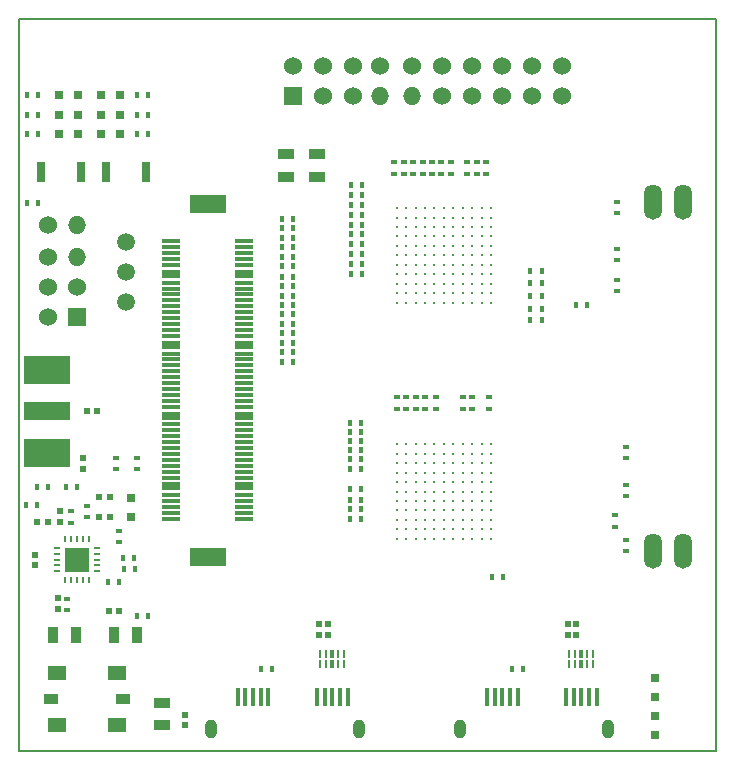
<source format=gtp>
G04 (created by PCBNEW (2013-03-19 BZR 4004)-stable) date 5/31/2013 11:48:04 AM*
%MOIN*%
G04 Gerber Fmt 3.4, Leading zero omitted, Abs format*
%FSLAX34Y34*%
G01*
G70*
G90*
G04 APERTURE LIST*
%ADD10C,0.006*%
%ADD11C,0.00787402*%
%ADD12O,0.06X0.06*%
%ADD13C,0.06*%
%ADD14R,0.06X0.06*%
%ADD15O,0.0413386X0.0629921*%
%ADD16R,0.015748X0.0629921*%
%ADD17R,0.0591X0.0472*%
%ADD18R,0.0175X0.0195*%
%ADD19R,0.0195X0.0175*%
%ADD20R,0.0314X0.0314*%
%ADD21C,0.011811*%
%ADD22R,0.0195X0.0195*%
%ADD23R,0.063X0.0118*%
%ADD24R,0.063X0.0276*%
%ADD25R,0.122X0.063*%
%ADD26R,0.0551X0.0354*%
%ADD27R,0.0354X0.0551*%
%ADD28R,0.00787402X0.019685*%
%ADD29R,0.019685X0.00787402*%
%ADD30R,0.0826772X0.0826772*%
%ADD31R,0.015748X0.0265748*%
%ADD32R,0.00787402X0.0265748*%
%ADD33R,0.0314961X0.0669291*%
%ADD34R,0.0472441X0.0354331*%
%ADD35R,0.157126X0.062126*%
%ADD36R,0.157126X0.097126*%
%ADD37C,0.0590551*%
%ADD38O,0.06X0.1179*%
G04 APERTURE END LIST*
G54D10*
G54D11*
X43307Y-26771D02*
X43307Y-51181D01*
X66535Y-26771D02*
X43307Y-26771D01*
X66535Y-51181D02*
X43307Y-51181D01*
X66535Y-51181D02*
X66535Y-26771D01*
G54D12*
X45255Y-33633D03*
G54D13*
X44271Y-33633D03*
G54D14*
X45255Y-36688D03*
G54D13*
X44271Y-36688D03*
X44271Y-34704D03*
G54D12*
X45255Y-34704D03*
G54D13*
X44271Y-35688D03*
X45255Y-35688D03*
G54D15*
X58011Y-50423D03*
G54D16*
X62578Y-49370D03*
X62322Y-49370D03*
X62066Y-49370D03*
X61811Y-49370D03*
X61555Y-49370D03*
X58917Y-49370D03*
X59173Y-49370D03*
X59429Y-49370D03*
X59685Y-49370D03*
X59940Y-49370D03*
G54D15*
X62952Y-50423D03*
X49704Y-50423D03*
G54D16*
X54271Y-49370D03*
X54015Y-49370D03*
X53759Y-49370D03*
X53503Y-49370D03*
X53248Y-49370D03*
X50610Y-49370D03*
X50866Y-49370D03*
X51122Y-49370D03*
X51377Y-49370D03*
X51633Y-49370D03*
G54D15*
X54645Y-50423D03*
G54D17*
X46590Y-50314D03*
X44590Y-50314D03*
X44590Y-48582D03*
X46590Y-48582D03*
G54D18*
X47255Y-29960D03*
X47625Y-29960D03*
G54D19*
X63267Y-35464D03*
X63267Y-35834D03*
G54D18*
X47255Y-29311D03*
X47625Y-29311D03*
X43964Y-30610D03*
X43594Y-30610D03*
X47163Y-44734D03*
X46793Y-44734D03*
G54D19*
X44931Y-46084D03*
X44931Y-46454D03*
G54D18*
X47173Y-45098D03*
X46803Y-45098D03*
G54D19*
X47263Y-41769D03*
X47263Y-41399D03*
G54D18*
X47255Y-30610D03*
X47625Y-30610D03*
G54D19*
X63267Y-34810D03*
X63267Y-34440D03*
X46535Y-41767D03*
X46535Y-41397D03*
G54D18*
X60736Y-35984D03*
X60366Y-35984D03*
X60736Y-36811D03*
X60366Y-36811D03*
X60736Y-36417D03*
X60366Y-36417D03*
X60736Y-35157D03*
X60366Y-35157D03*
G54D19*
X45049Y-43181D03*
X45049Y-43551D03*
G54D18*
X46295Y-45535D03*
X46665Y-45535D03*
X54712Y-41141D03*
X54342Y-41141D03*
X47618Y-46661D03*
X47248Y-46661D03*
G54D19*
X46643Y-44210D03*
X46643Y-43840D03*
X57204Y-39381D03*
X57204Y-39751D03*
G54D18*
X54751Y-32637D03*
X54381Y-32637D03*
G54D19*
X56456Y-31917D03*
X56456Y-31547D03*
G54D18*
X54751Y-32283D03*
X54381Y-32283D03*
G54D19*
X56141Y-31917D03*
X56141Y-31547D03*
X55826Y-31917D03*
X55826Y-31547D03*
X56771Y-31917D03*
X56771Y-31547D03*
X57401Y-31917D03*
X57401Y-31547D03*
X58897Y-31547D03*
X58897Y-31917D03*
G54D18*
X54751Y-32952D03*
X54381Y-32952D03*
G54D19*
X57716Y-31547D03*
X57716Y-31917D03*
G54D18*
X54712Y-43110D03*
X54342Y-43110D03*
X54712Y-41446D03*
X54342Y-41446D03*
X54712Y-41761D03*
X54342Y-41761D03*
X54712Y-43425D03*
X54342Y-43425D03*
X54712Y-42795D03*
X54342Y-42795D03*
G54D19*
X58110Y-39381D03*
X58110Y-39751D03*
G54D18*
X54722Y-40236D03*
X54352Y-40236D03*
X54722Y-40826D03*
X54352Y-40826D03*
G54D19*
X56535Y-39751D03*
X56535Y-39381D03*
G54D18*
X54722Y-40531D03*
X54352Y-40531D03*
G54D19*
X56220Y-39751D03*
X56220Y-39381D03*
X55905Y-39751D03*
X55905Y-39381D03*
X58988Y-39381D03*
X58988Y-39751D03*
X58425Y-39381D03*
X58425Y-39751D03*
G54D18*
X60736Y-35551D03*
X60366Y-35551D03*
X54751Y-34251D03*
X54381Y-34251D03*
X54751Y-34606D03*
X54381Y-34606D03*
X54751Y-35275D03*
X54381Y-35275D03*
X54751Y-33937D03*
X54381Y-33937D03*
X54751Y-33622D03*
X54381Y-33622D03*
X54751Y-34921D03*
X54381Y-34921D03*
X54751Y-33307D03*
X54381Y-33307D03*
G54D19*
X63185Y-43685D03*
X63185Y-43315D03*
X56850Y-39381D03*
X56850Y-39751D03*
X63543Y-41413D03*
X63543Y-41043D03*
X57086Y-31547D03*
X57086Y-31917D03*
X63543Y-42291D03*
X63543Y-42661D03*
G54D18*
X60106Y-48444D03*
X59736Y-48444D03*
X51759Y-48444D03*
X51389Y-48444D03*
X59456Y-45354D03*
X59086Y-45354D03*
X62251Y-36299D03*
X61881Y-36299D03*
X54712Y-42440D03*
X54342Y-42440D03*
G54D20*
X64527Y-49370D03*
X64527Y-48740D03*
X64527Y-49999D03*
X64527Y-50629D03*
G54D21*
X57795Y-33070D03*
X58110Y-33070D03*
X58425Y-33070D03*
X58740Y-33070D03*
X56220Y-33070D03*
X56535Y-33070D03*
X56850Y-33070D03*
X57165Y-33070D03*
X57165Y-34645D03*
X56850Y-34645D03*
X56535Y-34645D03*
X56220Y-34645D03*
X58740Y-34645D03*
X58425Y-34645D03*
X58110Y-34645D03*
X57795Y-34645D03*
X59055Y-34330D03*
X57480Y-34330D03*
X55905Y-34330D03*
X57795Y-34330D03*
X58110Y-34330D03*
X58425Y-34330D03*
X58740Y-34330D03*
X56220Y-34330D03*
X56535Y-34330D03*
X56850Y-34330D03*
X57165Y-34330D03*
X57165Y-34015D03*
X56850Y-34015D03*
X56535Y-34015D03*
X56220Y-34015D03*
X58740Y-34015D03*
X58425Y-34015D03*
X58110Y-34015D03*
X57795Y-34015D03*
X55905Y-34015D03*
X57480Y-34015D03*
X59055Y-34015D03*
X59055Y-33700D03*
X57480Y-33700D03*
X55905Y-33700D03*
X57795Y-33700D03*
X58110Y-33700D03*
X58425Y-33700D03*
X58740Y-33700D03*
X56220Y-33700D03*
X56535Y-33700D03*
X56850Y-33700D03*
X57165Y-33700D03*
X57165Y-33385D03*
X56850Y-33385D03*
X56535Y-33385D03*
X56220Y-33385D03*
X58740Y-33385D03*
X58425Y-33385D03*
X58110Y-33385D03*
X57795Y-33385D03*
X55905Y-33385D03*
X57480Y-33385D03*
X59055Y-33385D03*
X59055Y-34960D03*
X57480Y-34960D03*
X55905Y-34960D03*
X57795Y-34960D03*
X58110Y-34960D03*
X58425Y-34960D03*
X58740Y-34960D03*
X56220Y-34960D03*
X56535Y-34960D03*
X56850Y-34960D03*
X57165Y-34960D03*
X57165Y-35275D03*
X56850Y-35275D03*
X56535Y-35275D03*
X56220Y-35275D03*
X58740Y-35275D03*
X58425Y-35275D03*
X58110Y-35275D03*
X57795Y-35275D03*
X55905Y-35275D03*
X57480Y-35275D03*
X59055Y-35275D03*
X59055Y-35590D03*
X57480Y-35590D03*
X55905Y-35590D03*
X57795Y-35590D03*
X58110Y-35590D03*
X58425Y-35590D03*
X58740Y-35590D03*
X56220Y-35590D03*
X56535Y-35590D03*
X56850Y-35590D03*
X57165Y-35590D03*
X57165Y-35905D03*
X56850Y-35905D03*
X56535Y-35905D03*
X56220Y-35905D03*
X58740Y-35905D03*
X58425Y-35905D03*
X58110Y-35905D03*
X57795Y-35905D03*
X55905Y-35905D03*
X57480Y-35905D03*
X59055Y-35905D03*
X59055Y-36220D03*
X57480Y-36220D03*
X55905Y-36220D03*
X59055Y-33070D03*
X57480Y-33070D03*
X55905Y-33070D03*
X55905Y-34645D03*
X57480Y-34645D03*
X59055Y-34645D03*
X57795Y-36220D03*
X58110Y-36220D03*
X58425Y-36220D03*
X58740Y-36220D03*
X56220Y-36220D03*
X56535Y-36220D03*
X56850Y-36220D03*
X57165Y-36220D03*
X57795Y-40944D03*
X58110Y-40944D03*
X58425Y-40944D03*
X58740Y-40944D03*
X56220Y-40944D03*
X56535Y-40944D03*
X56850Y-40944D03*
X57165Y-40944D03*
X57165Y-42519D03*
X56850Y-42519D03*
X56535Y-42519D03*
X56220Y-42519D03*
X58740Y-42519D03*
X58425Y-42519D03*
X58110Y-42519D03*
X57795Y-42519D03*
X59055Y-42204D03*
X57480Y-42204D03*
X55905Y-42204D03*
X57795Y-42204D03*
X58110Y-42204D03*
X58425Y-42204D03*
X58740Y-42204D03*
X56220Y-42204D03*
X56535Y-42204D03*
X56850Y-42204D03*
X57165Y-42204D03*
X57165Y-41889D03*
X56850Y-41889D03*
X56535Y-41889D03*
X56220Y-41889D03*
X58740Y-41889D03*
X58425Y-41889D03*
X58110Y-41889D03*
X57795Y-41889D03*
X55905Y-41889D03*
X57480Y-41889D03*
X59055Y-41889D03*
X59055Y-41574D03*
X57480Y-41574D03*
X55905Y-41574D03*
X57795Y-41574D03*
X58110Y-41574D03*
X58425Y-41574D03*
X58740Y-41574D03*
X56220Y-41574D03*
X56535Y-41574D03*
X56850Y-41574D03*
X57165Y-41574D03*
X57165Y-41259D03*
X56850Y-41259D03*
X56535Y-41259D03*
X56220Y-41259D03*
X58740Y-41259D03*
X58425Y-41259D03*
X58110Y-41259D03*
X57795Y-41259D03*
X55905Y-41259D03*
X57480Y-41259D03*
X59055Y-41259D03*
X59055Y-42834D03*
X57480Y-42834D03*
X55905Y-42834D03*
X57795Y-42834D03*
X58110Y-42834D03*
X58425Y-42834D03*
X58740Y-42834D03*
X56220Y-42834D03*
X56535Y-42834D03*
X56850Y-42834D03*
X57165Y-42834D03*
X57165Y-43149D03*
X56850Y-43149D03*
X56535Y-43149D03*
X56220Y-43149D03*
X58740Y-43149D03*
X58425Y-43149D03*
X58110Y-43149D03*
X57795Y-43149D03*
X55905Y-43149D03*
X57480Y-43149D03*
X59055Y-43149D03*
X59055Y-43464D03*
X57480Y-43464D03*
X55905Y-43464D03*
X57795Y-43464D03*
X58110Y-43464D03*
X58425Y-43464D03*
X58740Y-43464D03*
X56220Y-43464D03*
X56535Y-43464D03*
X56850Y-43464D03*
X57165Y-43464D03*
X57165Y-43779D03*
X56850Y-43779D03*
X56535Y-43779D03*
X56220Y-43779D03*
X58740Y-43779D03*
X58425Y-43779D03*
X58110Y-43779D03*
X57795Y-43779D03*
X55905Y-43779D03*
X57480Y-43779D03*
X59055Y-43779D03*
X59055Y-44094D03*
X57480Y-44094D03*
X55905Y-44094D03*
X59055Y-40944D03*
X57480Y-40944D03*
X55905Y-40944D03*
X55905Y-42519D03*
X57480Y-42519D03*
X59055Y-42519D03*
X57795Y-44094D03*
X58110Y-44094D03*
X58425Y-44094D03*
X58740Y-44094D03*
X56220Y-44094D03*
X56535Y-44094D03*
X56850Y-44094D03*
X57165Y-44094D03*
G54D22*
X61614Y-47302D03*
X61614Y-46948D03*
X53612Y-47302D03*
X53612Y-46948D03*
X53316Y-47302D03*
X53316Y-46948D03*
X61889Y-47302D03*
X61889Y-46948D03*
X48850Y-50314D03*
X48850Y-49960D03*
X43838Y-44626D03*
X43838Y-44980D03*
X46303Y-46500D03*
X46657Y-46500D03*
X44688Y-43177D03*
X44688Y-43531D03*
G54D18*
X43964Y-29960D03*
X43594Y-29960D03*
X43964Y-29311D03*
X43594Y-29311D03*
X52098Y-36299D03*
X52468Y-36299D03*
G54D19*
X58267Y-31547D03*
X58267Y-31917D03*
G54D18*
X52098Y-33740D03*
X52468Y-33740D03*
X52098Y-35984D03*
X52468Y-35984D03*
X52098Y-35669D03*
X52468Y-35669D03*
X52098Y-35354D03*
X52468Y-35354D03*
X52098Y-35000D03*
X52468Y-35000D03*
X52098Y-34685D03*
X52468Y-34685D03*
X52098Y-34370D03*
X52468Y-34370D03*
X52098Y-34055D03*
X52468Y-34055D03*
G54D19*
X58582Y-31547D03*
X58582Y-31917D03*
G54D18*
X52098Y-33425D03*
X52468Y-33425D03*
X52468Y-38188D03*
X52098Y-38188D03*
X52468Y-37874D03*
X52098Y-37874D03*
X52468Y-37559D03*
X52098Y-37559D03*
X52468Y-37244D03*
X52098Y-37244D03*
X52468Y-36929D03*
X52098Y-36929D03*
X52468Y-36614D03*
X52098Y-36614D03*
G54D23*
X48401Y-34177D03*
X48401Y-34374D03*
X48401Y-34571D03*
X48401Y-34768D03*
X48401Y-34964D03*
G54D24*
X48401Y-35260D03*
G54D23*
X48401Y-35555D03*
X48401Y-35752D03*
X48401Y-35949D03*
X48401Y-36146D03*
X48401Y-36342D03*
X48401Y-36539D03*
X48401Y-36736D03*
X48401Y-36933D03*
X48401Y-37130D03*
X48401Y-37327D03*
G54D24*
X48401Y-37622D03*
G54D23*
X48401Y-37917D03*
X48401Y-38114D03*
X48401Y-38311D03*
X48401Y-38508D03*
X48401Y-38705D03*
X48401Y-38901D03*
X48401Y-39098D03*
X48401Y-39295D03*
X48401Y-39492D03*
X48401Y-39689D03*
G54D24*
X48401Y-39985D03*
G54D23*
X48401Y-40279D03*
X48401Y-40476D03*
X48401Y-40673D03*
X48401Y-40870D03*
X48401Y-41067D03*
X48401Y-41264D03*
X48401Y-41460D03*
X48401Y-41657D03*
X48401Y-41854D03*
X48401Y-42051D03*
G54D24*
X48401Y-42347D03*
G54D23*
X48401Y-42642D03*
X48401Y-42838D03*
X48401Y-43035D03*
X48401Y-43232D03*
X48401Y-43429D03*
X50803Y-43431D03*
X50803Y-43234D03*
X50803Y-43037D03*
X50803Y-42840D03*
X50803Y-42644D03*
G54D24*
X50803Y-42349D03*
G54D23*
X50803Y-42053D03*
X50803Y-41856D03*
X50803Y-41659D03*
X50803Y-41462D03*
X50803Y-41266D03*
X50803Y-41069D03*
X50803Y-40872D03*
X50803Y-40675D03*
X50803Y-40478D03*
X50803Y-40281D03*
G54D24*
X50803Y-39986D03*
G54D23*
X50803Y-39690D03*
X50803Y-39493D03*
X50803Y-39296D03*
X50803Y-39099D03*
X50803Y-38903D03*
X50803Y-38706D03*
X50803Y-38509D03*
X50803Y-38312D03*
X50803Y-38115D03*
X50803Y-37918D03*
G54D24*
X50803Y-37623D03*
G54D23*
X50803Y-37327D03*
X50803Y-37130D03*
X50803Y-36933D03*
X50803Y-36736D03*
X50803Y-36540D03*
X50803Y-36343D03*
X50803Y-36146D03*
X50803Y-35949D03*
X50803Y-35752D03*
X50803Y-35555D03*
G54D24*
X50803Y-35260D03*
G54D23*
X50803Y-34964D03*
X50803Y-34768D03*
X50803Y-34571D03*
X50803Y-34374D03*
X50803Y-34177D03*
G54D25*
X49606Y-44689D03*
X49606Y-32917D03*
G54D19*
X45590Y-43364D03*
X45590Y-42994D03*
G54D18*
X45244Y-42362D03*
X44874Y-42362D03*
X44279Y-42362D03*
X43909Y-42362D03*
X43555Y-42972D03*
X43925Y-42972D03*
X43598Y-32905D03*
X43968Y-32905D03*
G54D20*
X47066Y-42726D03*
X47066Y-43356D03*
G54D22*
X45925Y-39842D03*
X45571Y-39842D03*
X44606Y-46082D03*
X44606Y-46436D03*
X46348Y-42716D03*
X45994Y-42716D03*
X46348Y-43366D03*
X45994Y-43366D03*
X45462Y-41397D03*
X45462Y-41751D03*
X43927Y-43533D03*
X44281Y-43533D03*
G54D26*
X53238Y-31268D03*
X53238Y-32018D03*
X52214Y-31268D03*
X52214Y-32018D03*
G54D27*
X46499Y-47287D03*
X47249Y-47287D03*
X45217Y-47287D03*
X44467Y-47287D03*
G54D28*
X45255Y-45452D03*
X45452Y-45452D03*
X45649Y-45452D03*
X45059Y-45452D03*
X44862Y-45452D03*
X44862Y-44114D03*
X45059Y-44114D03*
X45255Y-44114D03*
X45452Y-44114D03*
X45649Y-44114D03*
G54D29*
X45925Y-44389D03*
X45925Y-44586D03*
X45925Y-44783D03*
X45925Y-44980D03*
X45925Y-45177D03*
X44586Y-44783D03*
X44586Y-44586D03*
X44586Y-44389D03*
X44586Y-44980D03*
X44586Y-45177D03*
G54D30*
X45255Y-44783D03*
G54D31*
X53759Y-47938D03*
X53759Y-48282D03*
G54D32*
X53562Y-48282D03*
X53366Y-48282D03*
X53562Y-47938D03*
X53366Y-47938D03*
X53956Y-47938D03*
X54153Y-47938D03*
X54153Y-48282D03*
X53956Y-48282D03*
G54D31*
X62047Y-47938D03*
X62047Y-48282D03*
G54D32*
X61850Y-48282D03*
X61653Y-48282D03*
X61850Y-47938D03*
X61653Y-47938D03*
X62244Y-47938D03*
X62440Y-47938D03*
X62440Y-48282D03*
X62244Y-48282D03*
G54D33*
X44035Y-31858D03*
X45374Y-31858D03*
X47566Y-31881D03*
X46228Y-31881D03*
G54D20*
X45295Y-29311D03*
X44665Y-29311D03*
X45295Y-29960D03*
X44665Y-29960D03*
X45295Y-30610D03*
X44665Y-30610D03*
X46043Y-29311D03*
X46673Y-29311D03*
X46043Y-29960D03*
X46673Y-29960D03*
X46043Y-30610D03*
X46673Y-30610D03*
G54D17*
X44590Y-48582D03*
X46590Y-48582D03*
X46590Y-50314D03*
X44590Y-50314D03*
G54D34*
X46791Y-49448D03*
X44389Y-49448D03*
G54D35*
X44238Y-39842D03*
G54D36*
X44238Y-41218D03*
X44238Y-38466D03*
G54D37*
X46889Y-35196D03*
X46889Y-34196D03*
X46889Y-36196D03*
G54D26*
X48070Y-50315D03*
X48070Y-49565D03*
G54D38*
X64460Y-44488D03*
X65459Y-44488D03*
X65460Y-32874D03*
X64461Y-32874D03*
G54D19*
X63543Y-44503D03*
X63543Y-44133D03*
X63267Y-32876D03*
X63267Y-33246D03*
G54D13*
X53437Y-29318D03*
X53437Y-28318D03*
G54D14*
X52437Y-29318D03*
G54D13*
X52437Y-28318D03*
X54437Y-28318D03*
X54437Y-29318D03*
X61421Y-28318D03*
X59421Y-28318D03*
X60421Y-28318D03*
X60421Y-29318D03*
X59421Y-29318D03*
X58421Y-29318D03*
G54D12*
X55366Y-29318D03*
G54D13*
X55366Y-28318D03*
X61421Y-29318D03*
X58421Y-28318D03*
X56429Y-28318D03*
G54D12*
X56429Y-29318D03*
G54D13*
X57429Y-28318D03*
X57429Y-29318D03*
M02*

</source>
